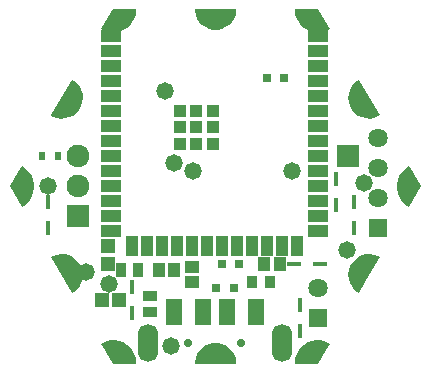
<source format=gbr>
%TF.GenerationSoftware,Altium Limited,Altium Designer,25.8.1 (18)*%
G04 Layer_Color=8388736*
%FSLAX45Y45*%
%MOMM*%
%TF.SameCoordinates,DBAD572D-54B9-4E5B-BD18-095DBB1A99D2*%
%TF.FilePolarity,Negative*%
%TF.FileFunction,Soldermask,Top*%
%TF.Part,Single*%
G01*
G75*
%TA.AperFunction,SMDPad,CuDef*%
%ADD10R,0.45720X1.16840*%
%ADD12R,0.80000X0.80000*%
%ADD14R,1.16840X0.45720*%
%ADD20R,0.60000X0.80000*%
%TA.AperFunction,ConnectorPad*%
%ADD59R,1.70320X1.10320*%
%TA.AperFunction,BGAPad,CuDef*%
%ADD60R,1.10320X1.10320*%
%TA.AperFunction,SMDPad,CuDef*%
%ADD61R,0.85320X1.10320*%
%ADD62R,1.18320X1.08320*%
%TA.AperFunction,ConnectorPad*%
%ADD63R,1.40320X2.20320*%
%TA.AperFunction,SMDPad,CuDef*%
%ADD64R,1.14320X0.93320*%
%ADD65R,0.93320X1.14320*%
%TA.AperFunction,ConnectorPad*%
%ADD66R,1.10320X1.70320*%
%TA.AperFunction,SMDPad,CuDef*%
%ADD67R,1.25320X1.20320*%
G04:AMPARAMS|DCode=68|XSize=1.2032mm|YSize=1.2032mm|CornerRadius=0.6016mm|HoleSize=0mm|Usage=FLASHONLY|Rotation=0.000|XOffset=0mm|YOffset=0mm|HoleType=Round|Shape=RoundedRectangle|*
%AMROUNDEDRECTD68*
21,1,1.20320,0.00000,0,0,0.0*
21,1,0.00000,1.20320,0,0,0.0*
1,1,1.20320,0.00000,0.00000*
1,1,1.20320,0.00000,0.00000*
1,1,1.20320,0.00000,0.00000*
1,1,1.20320,0.00000,0.00000*
%
%ADD68ROUNDEDRECTD68*%
G04:AMPARAMS|DCode=69|XSize=1.2032mm|YSize=1.2032mm|CornerRadius=0.6016mm|HoleSize=0mm|Usage=FLASHONLY|Rotation=300.000|XOffset=0mm|YOffset=0mm|HoleType=Round|Shape=RoundedRectangle|*
%AMROUNDEDRECTD69*
21,1,1.20320,0.00000,0,0,300.0*
21,1,0.00000,1.20320,0,0,300.0*
1,1,1.20320,0.00000,0.00000*
1,1,1.20320,0.00000,0.00000*
1,1,1.20320,0.00000,0.00000*
1,1,1.20320,0.00000,0.00000*
%
%ADD69ROUNDEDRECTD69*%
%ADD70R,1.08320X1.18320*%
G04:AMPARAMS|DCode=71|XSize=1.2032mm|YSize=1.2032mm|CornerRadius=0.6016mm|HoleSize=0mm|Usage=FLASHONLY|Rotation=240.000|XOffset=0mm|YOffset=0mm|HoleType=Round|Shape=RoundedRectangle|*
%AMROUNDEDRECTD71*
21,1,1.20320,0.00000,0,0,240.0*
21,1,0.00000,1.20320,0,0,240.0*
1,1,1.20320,0.00000,0.00000*
1,1,1.20320,0.00000,0.00000*
1,1,1.20320,0.00000,0.00000*
1,1,1.20320,0.00000,0.00000*
%
%ADD71ROUNDEDRECTD71*%
%ADD72R,1.20320X1.25320*%
%ADD73R,0.98320X1.18320*%
%TA.AperFunction,ComponentPad*%
%ADD74O,1.70320X3.20320*%
%ADD75C,1.62820*%
%ADD76R,1.62820X1.62820*%
%ADD77R,1.62820X1.62820*%
%ADD78C,0.70320*%
%ADD79R,1.92820X1.92820*%
%ADD80C,1.92820*%
%ADD81R,1.92820X1.92820*%
%TA.AperFunction,ViaPad*%
%ADD82C,1.47320*%
G36*
X175436Y1487455D02*
X169451Y1452865D01*
X156716Y1420151D01*
X137737Y1390619D01*
X113272Y1365443D01*
X84294Y1345628D01*
X51958Y1331963D01*
X17552Y1324991D01*
X-17553D01*
X-51958Y1331963D01*
X-84294Y1345628D01*
X-113272Y1365443D01*
X-137737Y1390619D01*
X-156716Y1420151D01*
X-169451Y1452865D01*
X-175437Y1487455D01*
X-174935Y1505001D01*
X174934D01*
X175436Y1487455D01*
D02*
G37*
G36*
X967810Y1333215D02*
X967382Y1332953D01*
X967809Y1332212D01*
X967809D01*
X952878Y1323098D01*
X920251Y1310471D01*
X885898Y1303847D01*
X850915Y1303439D01*
X816417Y1309260D01*
X783504Y1321123D01*
X753226Y1338651D01*
X726548Y1361284D01*
X704321Y1388302D01*
X687253Y1418841D01*
X675889Y1451930D01*
X670591Y1486512D01*
X670614Y1487375D01*
X670593Y1487514D01*
X671061Y1505001D01*
X868880D01*
X967810Y1333215D01*
D02*
G37*
G36*
X-670593Y1487514D02*
X-670617Y1487355D01*
X-670595Y1486512D01*
X-675893Y1451930D01*
X-687257Y1418841D01*
X-704324Y1388302D01*
X-726552Y1361284D01*
X-753230Y1338651D01*
X-783508Y1321123D01*
X-816421Y1309260D01*
X-850919Y1303439D01*
X-885902Y1303847D01*
X-920255Y1310471D01*
X-952882Y1323098D01*
X-967812Y1332212D01*
X-967385Y1332955D01*
X-967811Y1333215D01*
X-868880Y1505001D01*
X-671062D01*
X-670593Y1487514D01*
D02*
G37*
G36*
X1390796Y601231D02*
X1390367Y600967D01*
X1390794Y600229D01*
X1375873Y591021D01*
X1342968Y578900D01*
X1308311Y573554D01*
X1273283Y575198D01*
X1239279Y583766D01*
X1207654Y598916D01*
X1179667Y620045D01*
X1156435Y646312D01*
X1138881Y676669D01*
X1127706Y709907D01*
X1123355Y744703D01*
X1123403Y745336D01*
X1123357Y745705D01*
X1126003Y780672D01*
X1135541Y814417D01*
X1151590Y845595D01*
X1173511Y872965D01*
X1200432Y895437D01*
X1215856Y903775D01*
X1390796Y601231D01*
D02*
G37*
G36*
X-1200432Y895437D02*
X-1173512Y872965D01*
X-1151590Y845595D01*
X-1135541Y814417D01*
X-1126003Y780672D01*
X-1123357Y745705D01*
X-1123406Y745319D01*
X-1123359Y744703D01*
X-1127710Y709907D01*
X-1138885Y676669D01*
X-1147741Y661353D01*
X-1156613Y645963D01*
X-1179811Y619666D01*
X-1207770Y598500D01*
X-1239375Y583308D01*
X-1273367Y574695D01*
X-1308393Y573005D01*
X-1343057Y578305D01*
X-1375978Y590383D01*
X-1390912Y599571D01*
X-1390911D01*
X-1390602Y600108D01*
X-1390798Y600229D01*
X-1390370Y600968D01*
X-1390796Y601231D01*
X-1390796D01*
X-1215856Y903775D01*
X-1200432Y895437D01*
D02*
G37*
G36*
X-1623477Y162407D02*
X-1596148Y140453D01*
X-1573160Y113988D01*
X-1555246Y83857D01*
X-1542976Y51020D01*
X-1536741Y16525D01*
Y-18530D01*
X-1542976Y-53025D01*
X-1555246Y-85862D01*
X-1573160Y-115993D01*
X-1596148Y-142457D01*
X-1623477Y-164412D01*
X-1638875Y-172783D01*
X-1737776Y-1002D01*
X-1737487Y-500D01*
X-1737775Y0D01*
X-1643868Y163105D01*
X-1643430Y162868D01*
X-1638875Y170779D01*
X-1623477Y162407D01*
D02*
G37*
G36*
X1643427Y162866D02*
X1643868Y163105D01*
X1643868D01*
X1737775Y0D01*
X1737485Y-503D01*
X1737773Y-1002D01*
X1638871Y-172783D01*
X1623473Y-164412D01*
X1596145Y-142457D01*
X1573157Y-115993D01*
X1555242Y-85862D01*
X1542972Y-53025D01*
X1536737Y-18530D01*
Y16525D01*
X1542972Y51020D01*
X1555242Y83857D01*
X1573157Y113988D01*
X1596145Y140453D01*
X1623473Y162407D01*
X1638871Y170779D01*
X1638872D01*
X1643427Y162866D01*
D02*
G37*
G36*
X-1273285Y-576201D02*
X-1239281Y-584768D01*
X-1207656Y-599919D01*
X-1179669Y-621048D01*
X-1156437Y-647314D01*
X-1138883Y-677671D01*
X-1127708Y-710910D01*
X-1123357Y-745706D01*
X-1123405Y-746339D01*
X-1123359Y-746708D01*
X-1126005Y-781675D01*
X-1135543Y-815420D01*
X-1151592Y-846598D01*
X-1173514Y-873968D01*
X-1200434Y-896439D01*
X-1215858Y-904778D01*
X-1215858Y-904778D01*
X-1390798Y-602233D01*
X-1390369Y-601969D01*
X-1390796Y-601231D01*
X-1390796Y-601231D01*
D01*
X-1375875Y-592024D01*
X-1342970Y-579902D01*
X-1308313Y-574557D01*
X-1273285Y-576201D01*
D02*
G37*
G36*
X1390908Y-601576D02*
D01*
Y-601576D01*
Y-601576D01*
D02*
G37*
G36*
X1390794Y-602233D02*
D01*
Y-602233D01*
Y-602233D01*
D02*
G37*
G36*
X1342970Y-579902D02*
X1375875Y-592024D01*
X1390796Y-601231D01*
X1390678Y-601435D01*
X1390908Y-601576D01*
X1390598Y-602113D01*
X1390794Y-602233D01*
X1303462Y-753266D01*
X1216367Y-904350D01*
X1216164Y-904242D01*
X1215854Y-904778D01*
X1200430Y-896439D01*
X1173510Y-873968D01*
X1151588Y-846598D01*
X1135539Y-815420D01*
X1126001Y-781675D01*
X1123355Y-746708D01*
X1123404Y-746321D01*
X1123357Y-745706D01*
X1127708Y-710910D01*
X1138883Y-677671D01*
X1156436Y-647314D01*
X1179669Y-621048D01*
X1207655Y-599919D01*
X1239280Y-584768D01*
X1273284Y-576201D01*
X1308313Y-574557D01*
X1342970Y-579902D01*
D02*
G37*
G36*
X-816419Y-1310262D02*
X-783506Y-1322126D01*
X-753228Y-1339653D01*
X-726550Y-1362287D01*
X-704323Y-1389304D01*
X-687255Y-1419844D01*
X-675891Y-1452932D01*
X-670593Y-1487514D01*
X-671062Y-1505001D01*
X-680679D01*
X-680694Y-1505529D01*
X-868900Y-1505302D01*
X-963200Y-1342424D01*
X-962688Y-1342110D01*
X-967811Y-1333215D01*
D01*
Y-1333215D01*
Y-1333215D01*
X-952880Y-1324100D01*
X-920253Y-1311473D01*
X-885900Y-1304850D01*
X-850917Y-1304442D01*
X-816419Y-1310262D01*
D02*
G37*
G36*
X51958Y-1331963D02*
X84294Y-1345628D01*
X113272Y-1365444D01*
X137737Y-1390619D01*
X156716Y-1420151D01*
X169451Y-1452865D01*
X175436Y-1487456D01*
X174934Y-1505001D01*
X-174935D01*
X-175437Y-1487456D01*
X-169451Y-1452865D01*
X-156716Y-1420151D01*
X-137737Y-1390619D01*
X-113272Y-1365444D01*
X-84294Y-1345628D01*
X-51958Y-1331963D01*
X-17553Y-1324991D01*
X17552D01*
X51958Y-1331963D01*
D02*
G37*
G36*
X885900Y-1304850D02*
X920253Y-1311473D01*
X952880Y-1324100D01*
X967810Y-1333215D01*
X967811Y-1333215D01*
X962688Y-1342110D01*
X963200Y-1342424D01*
X868900Y-1505302D01*
X680694Y-1505529D01*
X680679Y-1505001D01*
X671061D01*
X670593Y-1487514D01*
X675891Y-1452932D01*
X687255Y-1419844D01*
X704322Y-1389304D01*
X726550Y-1362287D01*
X753228Y-1339653D01*
X783506Y-1322126D01*
X816419Y-1310262D01*
X850917Y-1304442D01*
X885900Y-1304850D01*
D02*
G37*
D10*
X711198Y-1005842D02*
D03*
Y-1229362D02*
D03*
X1015995Y60955D02*
D03*
Y-162565D02*
D03*
X-711204Y-853443D02*
D03*
Y-1076963D02*
D03*
X1168398Y-132082D02*
D03*
X-1422402D02*
D03*
Y-355602D02*
D03*
X1168398D02*
D03*
D12*
X432997Y914398D02*
D03*
X152398Y-863602D02*
D03*
X2396D02*
D03*
X200800Y-660402D02*
D03*
X50798D02*
D03*
X582999Y914398D02*
D03*
D14*
X660400Y-660400D02*
D03*
X883920D02*
D03*
D20*
X-1473202Y253998D02*
D03*
X-1333197D02*
D03*
D59*
X863598Y507998D02*
D03*
Y1269998D02*
D03*
Y-381002D02*
D03*
X-886401Y1269998D02*
D03*
Y1142998D02*
D03*
Y1015998D02*
D03*
Y888998D02*
D03*
Y761998D02*
D03*
Y634998D02*
D03*
Y507998D02*
D03*
Y380998D02*
D03*
Y253998D02*
D03*
Y126998D02*
D03*
Y-2D02*
D03*
Y-127002D02*
D03*
Y-254002D02*
D03*
Y-381002D02*
D03*
X863598Y-254002D02*
D03*
Y-127002D02*
D03*
Y-2D02*
D03*
Y126998D02*
D03*
Y253998D02*
D03*
Y380998D02*
D03*
Y634998D02*
D03*
Y761998D02*
D03*
Y888998D02*
D03*
Y1015998D02*
D03*
Y1142998D02*
D03*
D60*
X-21399Y638001D02*
D03*
X-161398Y498001D02*
D03*
Y638001D02*
D03*
X-21399Y498001D02*
D03*
Y358001D02*
D03*
X-161398D02*
D03*
X-301398Y638001D02*
D03*
Y358001D02*
D03*
Y498001D02*
D03*
D61*
X312195Y-812802D02*
D03*
X457198D02*
D03*
D62*
X-203202D02*
D03*
Y-686797D02*
D03*
D63*
X344402Y-1066802D02*
D03*
X-355602D02*
D03*
X-105600D02*
D03*
X94400D02*
D03*
D64*
X-558802Y-924805D02*
D03*
Y-1066802D02*
D03*
D65*
X-660402Y-711202D02*
D03*
X-802398D02*
D03*
D66*
X-709901Y-506000D02*
D03*
X-582901D02*
D03*
X-455901D02*
D03*
X-328901D02*
D03*
X-201901D02*
D03*
X-74901D02*
D03*
X52099D02*
D03*
X179099D02*
D03*
X306099D02*
D03*
X433099D02*
D03*
X560099D02*
D03*
X687099D02*
D03*
D67*
X-965202Y-965202D02*
D03*
X-815200D02*
D03*
D68*
X1651989Y-2D02*
D03*
X-1651992D02*
D03*
X-1239014Y-715012D02*
D03*
X1239010Y715008D02*
D03*
D69*
X826006Y-1431012D02*
D03*
X-1239014Y714008D02*
D03*
X1239010Y-716012D02*
D03*
D70*
X-481606Y-711202D02*
D03*
X-355602D02*
D03*
D71*
X-826010Y-1431012D02*
D03*
D72*
X-914402Y-508002D02*
D03*
Y-658004D02*
D03*
D73*
X406398Y-660402D02*
D03*
X546403D02*
D03*
D74*
X564401Y-1326801D02*
D03*
X-575601D02*
D03*
D75*
X1371600Y406400D02*
D03*
Y152400D02*
D03*
Y-101600D02*
D03*
X863598Y-863602D02*
D03*
D76*
X1371600Y-355600D02*
D03*
D77*
X863598Y-1117602D02*
D03*
D78*
X-230598Y-1326801D02*
D03*
X219398D02*
D03*
D79*
X-1168402Y-254002D02*
D03*
D80*
Y-2D02*
D03*
Y253998D02*
D03*
D81*
X1117600Y254000D02*
D03*
D82*
X-1422402Y-12D02*
D03*
X-1099822Y-723912D02*
D03*
X-373382Y-1351292D02*
D03*
X1115058Y-535952D02*
D03*
X1259838Y27928D02*
D03*
X647698Y129528D02*
D03*
X-190502D02*
D03*
X-353062Y195568D02*
D03*
X-431802Y805168D02*
D03*
X-904242Y-825512D02*
D03*
%TF.MD5,ac379e69919513b49690740124a334d4*%
M02*

</source>
